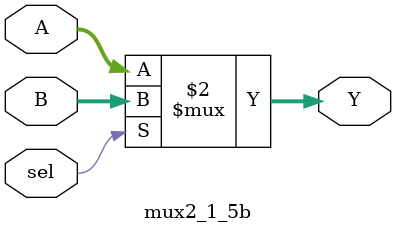
<source format=v>
module mux2_1_5b (
    input [4:0] A, B,
    input sel,
    output [4:0] Y
);

    assign Y = !sel ? A : B;

endmodule
</source>
